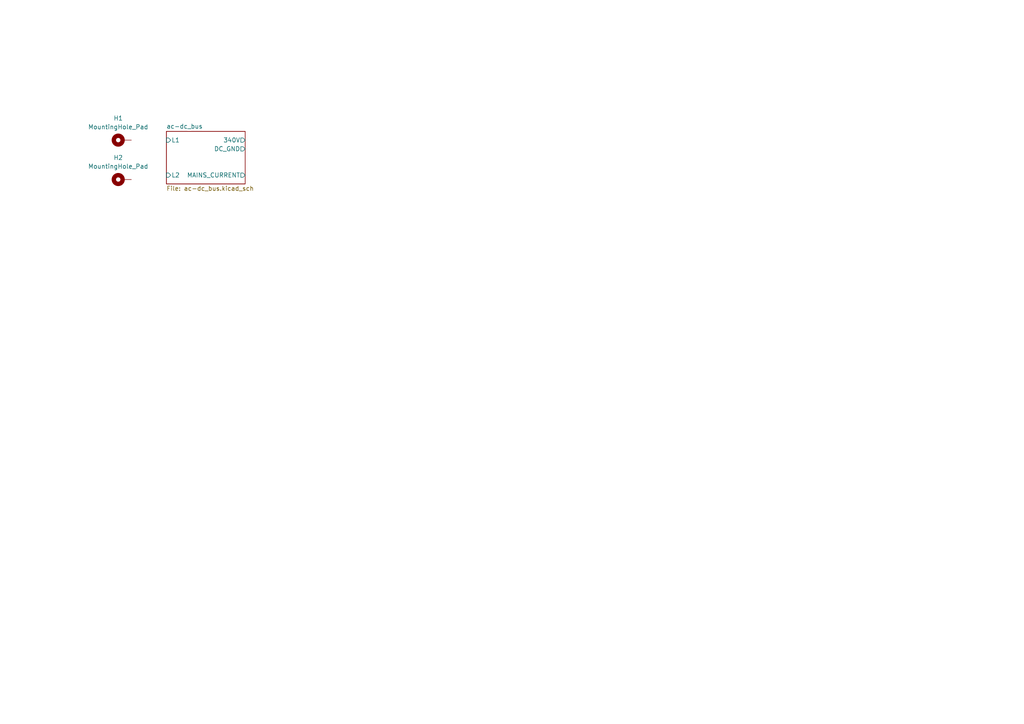
<source format=kicad_sch>
(kicad_sch (version 20250114) (generator "eeschema") (generator_version "9.0")
  (paper "A4")
  (lib_symbols
    (symbol "Mechanical:MountingHole_Pad" (pin_numbers (hide yes)) (pin_names (offset 1.016) (hide yes)) (in_bom no)
      (property "Reference" "H" (at 0 6.35 0))
      (property "Value" "MountingHole_Pad" (at 0 4.445 0))
      (symbol "MountingHole_Pad_0_1"
        (circle (center 0 1.27) (radius 1.27) (stroke (width 1.27)))
      )
      (symbol "MountingHole_Pad_1_1"
        (pin input line (at 0 -2.54 90) (length 2.54) (name "1") (number "1"))
      )
    )
  )
  (symbol (lib_id "Mechanical:MountingHole_Pad") (at 35.56 40.64 90) (unit 1) (in_bom no)
    (property "Reference" "H1" (at 34.29 34.29 90))
    (property "Value" "MountingHole_Pad" (at 34.29 36.83 90))
    (property "Description" "Mounting Hole with connection" (effects (hide yes)))
  )
  (symbol (lib_id "Mechanical:MountingHole_Pad") (at 35.56 52.07 90) (unit 1) (in_bom no)
    (property "Reference" "H2" (at 34.29 45.72 90))
    (property "Value" "MountingHole_Pad" (at 34.29 48.26 90))
    (property "Description" "Mounting Hole with connection" (effects (hide yes)))
  )
  (sheet (at 48.26 38.1) (size 22.86 15.24) (stroke (width 0.1524))
    (property "Sheetname" "ac-dc_bus" (at 48.26 37.3884 0) (effects (justify left bottom)))
    (property "Sheetfile" "ac-dc_bus.kicad_sch" (at 48.26 53.9246 0) (effects (justify left top)))
    (pin "MAINS_CURRENT" output (at 71.12 50.8 0))
    (pin "L1" input (at 48.26 40.64 180))
    (pin "L2" input (at 48.26 50.8 180))
    (pin "340V" output (at 71.12 40.64 0))
    (pin "DC_GND" output (at 71.12 43.18 0))
  )
)
</source>
